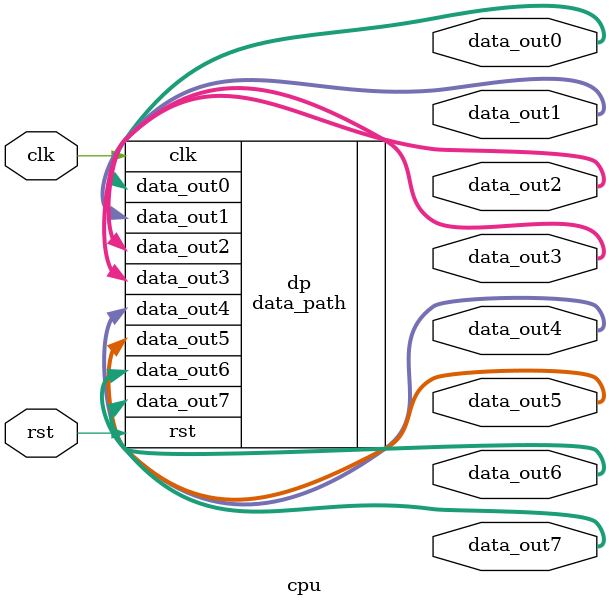
<source format=v>
`include "../include/common.vh"

module cpu(
    input   clk,
    input   rst,

    output  [31:0]                 data_out0,
    output  [31:0]                 data_out1,
    output  [31:0]                 data_out2,
    output  [31:0]                 data_out3,
    output  [31:0]                 data_out4,
    output  [31:0]                 data_out5,
    output  [31:0]                 data_out6,
    output  [31:0]                 data_out7
    );
    data_path dp(
        .clk(clk),
        .rst(rst),
        .data_out0(data_out0),
        .data_out1(data_out1),
        .data_out2(data_out2),
        .data_out3(data_out3),
        .data_out4(data_out4),
        .data_out5(data_out5),
        .data_out6(data_out6),
        .data_out7(data_out7)
    );

endmodule
</source>
